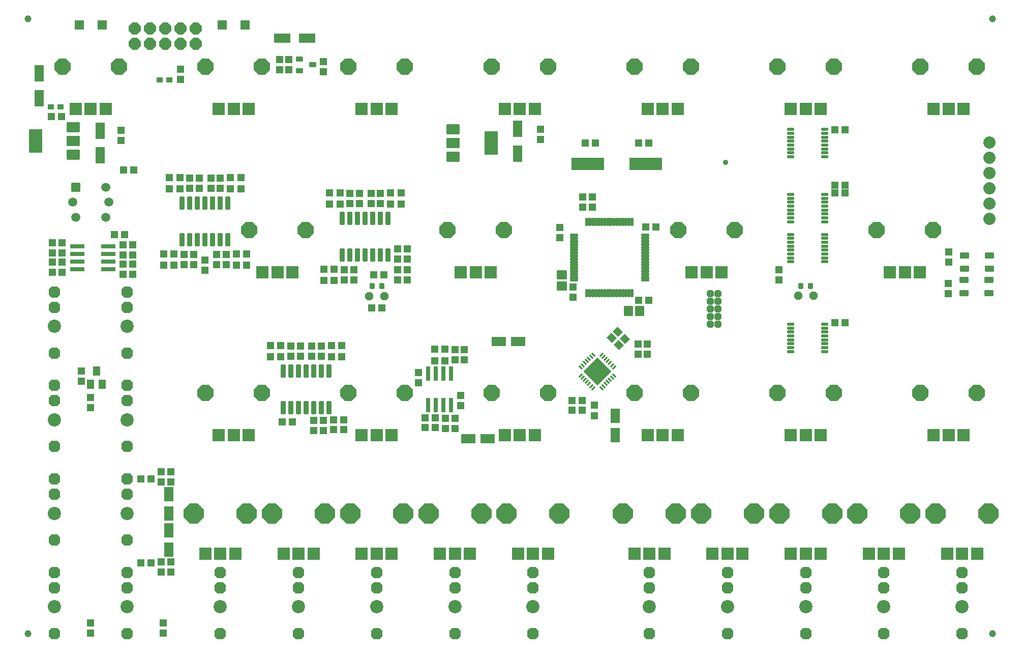
<source format=gbr>
%TF.GenerationSoftware,KiCad,Pcbnew,(6.0.11-0)*%
%TF.CreationDate,2023-03-07T13:47:17+01:00*%
%TF.ProjectId,elements,656c656d-656e-4747-932e-6b696361645f,rev?*%
%TF.SameCoordinates,Original*%
%TF.FileFunction,Soldermask,Top*%
%TF.FilePolarity,Negative*%
%FSLAX46Y46*%
G04 Gerber Fmt 4.6, Leading zero omitted, Abs format (unit mm)*
G04 Created by KiCad (PCBNEW (6.0.11-0)) date 2023-03-07 13:47:17*
%MOMM*%
%LPD*%
G01*
G04 APERTURE LIST*
G04 Aperture macros list*
%AMRoundRect*
0 Rectangle with rounded corners*
0 $1 Rounding radius*
0 $2 $3 $4 $5 $6 $7 $8 $9 X,Y pos of 4 corners*
0 Add a 4 corners polygon primitive as box body*
4,1,4,$2,$3,$4,$5,$6,$7,$8,$9,$2,$3,0*
0 Add four circle primitives for the rounded corners*
1,1,$1+$1,$2,$3*
1,1,$1+$1,$4,$5*
1,1,$1+$1,$6,$7*
1,1,$1+$1,$8,$9*
0 Add four rect primitives between the rounded corners*
20,1,$1+$1,$2,$3,$4,$5,0*
20,1,$1+$1,$4,$5,$6,$7,0*
20,1,$1+$1,$6,$7,$8,$9,0*
20,1,$1+$1,$8,$9,$2,$3,0*%
%AMRotRect*
0 Rectangle, with rotation*
0 The origin of the aperture is its center*
0 $1 length*
0 $2 width*
0 $3 Rotation angle, in degrees counterclockwise*
0 Add horizontal line*
21,1,$1,$2,0,0,$3*%
%AMFreePoly0*
4,1,25,0.417216,0.947373,0.422118,0.942882,0.942882,0.422118,0.964910,0.374877,0.965200,0.368236,0.965200,-0.368236,0.947373,-0.417216,0.942882,-0.422118,0.422118,-0.942882,0.374877,-0.964910,0.368236,-0.965200,-0.368236,-0.965200,-0.417216,-0.947373,-0.422118,-0.942882,-0.942882,-0.422118,-0.964910,-0.374877,-0.965200,-0.368236,-0.965200,0.368236,-0.947373,0.417216,-0.942882,0.422118,
-0.422118,0.942882,-0.374877,0.964910,-0.368236,0.965200,0.368236,0.965200,0.417216,0.947373,0.417216,0.947373,$1*%
%AMFreePoly1*
4,1,25,0.301485,0.667973,0.306387,0.663482,0.663482,0.306387,0.685510,0.259146,0.685800,0.252505,0.685800,-0.252505,0.667973,-0.301485,0.663482,-0.306387,0.306387,-0.663482,0.259146,-0.685510,0.252505,-0.685800,-0.252505,-0.685800,-0.301485,-0.667973,-0.306387,-0.663482,-0.663482,-0.306387,-0.685510,-0.259146,-0.685800,-0.252505,-0.685800,0.252505,-0.667973,0.301485,-0.663482,0.306387,
-0.306387,0.663482,-0.259146,0.685510,-0.252505,0.685800,0.252505,0.685800,0.301485,0.667973,0.301485,0.667973,$1*%
%AMFreePoly2*
4,1,25,0.575031,1.328373,0.579933,1.323882,1.323882,0.579933,1.345910,0.532692,1.346200,0.526051,1.346200,-0.526051,1.328373,-0.575031,1.323882,-0.579933,0.579933,-1.323882,0.532692,-1.345910,0.526051,-1.346200,-0.526051,-1.346200,-0.575031,-1.328373,-0.579933,-1.323882,-1.323882,-0.579933,-1.345910,-0.532692,-1.346200,-0.526051,-1.346200,0.526051,-1.328373,0.575031,-1.323882,0.579933,
-0.579933,1.323882,-0.532692,1.345910,-0.526051,1.346200,0.526051,1.346200,0.575031,1.328373,0.575031,1.328373,$1*%
%AMFreePoly3*
4,1,25,0.706544,1.645873,0.711446,1.641382,1.641382,0.711446,1.663410,0.664205,1.663700,0.657564,1.663700,-0.657564,1.645873,-0.706544,1.641382,-0.711446,0.711446,-1.641382,0.664205,-1.663410,0.657564,-1.663700,-0.657564,-1.663700,-0.706544,-1.645873,-0.711446,-1.641382,-1.641382,-0.711446,-1.663410,-0.664205,-1.663700,-0.657564,-1.663700,0.657564,-1.645873,0.706544,-1.641382,0.711446,
-0.711446,1.641382,-0.664205,1.663410,-0.657564,1.663700,0.657564,1.663700,0.706544,1.645873,0.706544,1.645873,$1*%
%AMFreePoly4*
4,1,25,0.438258,0.998173,0.443160,0.993682,0.993682,0.443160,1.015710,0.395919,1.016000,0.389278,1.016000,-0.389278,0.998173,-0.438258,0.993682,-0.443160,0.443160,-0.993682,0.395919,-1.015710,0.389278,-1.016000,-0.389278,-1.016000,-0.438258,-0.998173,-0.443160,-0.993682,-0.993682,-0.443160,-1.015710,-0.395919,-1.016000,-0.389278,-1.016000,0.389278,-0.998173,0.438258,-0.993682,0.443160,
-0.443160,0.993682,-0.395919,1.015710,-0.389278,1.016000,0.389278,1.016000,0.438258,0.998173,0.438258,0.998173,$1*%
%AMFreePoly5*
4,1,25,0.269922,0.591773,0.274824,0.587282,0.587282,0.274824,0.609310,0.227583,0.609600,0.220942,0.609600,-0.220942,0.591773,-0.269922,0.587282,-0.274824,0.274824,-0.587282,0.227583,-0.609310,0.220942,-0.609600,-0.220942,-0.609600,-0.269922,-0.591773,-0.274824,-0.587282,-0.587282,-0.274824,-0.609310,-0.227583,-0.609600,-0.220942,-0.609600,0.220942,-0.591773,0.269922,-0.587282,0.274824,
-0.274824,0.587282,-0.227583,0.609310,-0.220942,0.609600,0.220942,0.609600,0.269922,0.591773,0.269922,0.591773,$1*%
G04 Aperture macros list end*
%ADD10RoundRect,0.062500X0.194454X0.282843X-0.282843X-0.194454X-0.194454X-0.282843X0.282843X0.194454X0*%
%ADD11RoundRect,0.062500X-0.194454X0.282843X-0.282843X0.194454X0.194454X-0.282843X0.282843X-0.194454X0*%
%ADD12RotRect,3.350000X3.350000X225.000000*%
%ADD13RoundRect,0.076200X-0.300000X-1.100000X0.300000X-1.100000X0.300000X1.100000X-0.300000X1.100000X0*%
%ADD14RoundRect,0.076200X-1.100000X0.300000X-1.100000X-0.300000X1.100000X-0.300000X1.100000X0.300000X0*%
%ADD15RoundRect,0.076200X-0.700000X-0.700000X0.700000X-0.700000X0.700000X0.700000X-0.700000X0.700000X0*%
%ADD16RoundRect,0.076200X-0.500000X0.550000X-0.500000X-0.550000X0.500000X-0.550000X0.500000X0.550000X0*%
%ADD17RoundRect,0.076200X-0.330200X-1.016000X0.330200X-1.016000X0.330200X1.016000X-0.330200X1.016000X0*%
%ADD18RoundRect,0.076200X0.550000X0.500000X-0.550000X0.500000X-0.550000X-0.500000X0.550000X-0.500000X0*%
%ADD19RoundRect,0.076200X-0.550000X-0.500000X0.550000X-0.500000X0.550000X0.500000X-0.550000X0.500000X0*%
%ADD20C,2.200000*%
%ADD21FreePoly0,180.000000*%
%ADD22RoundRect,0.457200X0.000000X0.000000X0.000000X0.000000X0.000000X0.000000X0.000000X0.000000X0*%
%ADD23RoundRect,0.076200X0.550000X-0.500000X0.550000X0.500000X-0.550000X0.500000X-0.550000X-0.500000X0*%
%ADD24RoundRect,0.076200X0.500000X0.550000X-0.500000X0.550000X-0.500000X-0.550000X0.500000X-0.550000X0*%
%ADD25RoundRect,0.076200X-0.500000X-0.550000X0.500000X-0.550000X0.500000X0.550000X-0.500000X0.550000X0*%
%ADD26RoundRect,0.076200X0.500000X-0.550000X0.500000X0.550000X-0.500000X0.550000X-0.500000X-0.550000X0*%
%ADD27RoundRect,0.076200X-0.550000X0.500000X-0.550000X-0.500000X0.550000X-0.500000X0.550000X0.500000X0*%
%ADD28RoundRect,0.576200X0.000000X0.000000X0.000000X0.000000X0.000000X0.000000X0.000000X0.000000X0*%
%ADD29FreePoly1,180.000000*%
%ADD30RoundRect,0.076200X0.939800X-0.939800X0.939800X0.939800X-0.939800X0.939800X-0.939800X-0.939800X0*%
%ADD31FreePoly2,90.000000*%
%ADD32FreePoly3,90.000000*%
%ADD33FreePoly1,0.000000*%
%ADD34RoundRect,0.076200X0.700000X-1.100000X0.700000X1.100000X-0.700000X1.100000X-0.700000X-1.100000X0*%
%ADD35RoundRect,0.076200X-0.425000X-0.350000X0.425000X-0.350000X0.425000X0.350000X-0.425000X0.350000X0*%
%ADD36RoundRect,0.076200X0.700000X-1.300000X0.700000X1.300000X-0.700000X1.300000X-0.700000X-1.300000X0*%
%ADD37RoundRect,0.076200X0.675000X0.400000X-0.675000X0.400000X-0.675000X-0.400000X0.675000X-0.400000X0*%
%ADD38RoundRect,0.076200X1.003300X-0.749300X1.003300X0.749300X-1.003300X0.749300X-1.003300X-0.749300X0*%
%ADD39RoundRect,0.076200X1.003300X-1.905000X1.003300X1.905000X-1.003300X1.905000X-1.003300X-1.905000X0*%
%ADD40RoundRect,0.076200X0.742462X-0.035355X-0.035355X0.742462X-0.742462X0.035355X0.035355X-0.742462X0*%
%ADD41RoundRect,0.076200X-0.500000X-0.700000X0.500000X-0.700000X0.500000X0.700000X-0.500000X0.700000X0*%
%ADD42RoundRect,0.076200X-0.500000X0.175000X-0.500000X-0.175000X0.500000X-0.175000X0.500000X0.175000X0*%
%ADD43RoundRect,0.076200X0.500000X-0.175000X0.500000X0.175000X-0.500000X0.175000X-0.500000X-0.175000X0*%
%ADD44RoundRect,0.076200X-0.650000X-0.750000X0.650000X-0.750000X0.650000X0.750000X-0.650000X0.750000X0*%
%ADD45RoundRect,0.076200X-1.300000X-0.700000X1.300000X-0.700000X1.300000X0.700000X-1.300000X0.700000X0*%
%ADD46RoundRect,0.076200X-0.700000X1.100000X-0.700000X-1.100000X0.700000X-1.100000X0.700000X1.100000X0*%
%ADD47RoundRect,0.076200X0.150000X0.600000X-0.150000X0.600000X-0.150000X-0.600000X0.150000X-0.600000X0*%
%ADD48RoundRect,0.076200X-0.600000X0.150000X-0.600000X-0.150000X0.600000X-0.150000X0.600000X0.150000X0*%
%ADD49RoundRect,0.076200X-0.150000X-0.600000X0.150000X-0.600000X0.150000X0.600000X-0.150000X0.600000X0*%
%ADD50RoundRect,0.076200X0.600000X-0.150000X0.600000X0.150000X-0.600000X0.150000X-0.600000X-0.150000X0*%
%ADD51RoundRect,0.218750X-0.218750X-0.256250X0.218750X-0.256250X0.218750X0.256250X-0.218750X0.256250X0*%
%ADD52C,1.502400*%
%ADD53RoundRect,0.076200X0.675000X-0.675000X0.675000X0.675000X-0.675000X0.675000X-0.675000X-0.675000X0*%
%ADD54RoundRect,0.076200X-1.100000X-0.700000X1.100000X-0.700000X1.100000X0.700000X-1.100000X0.700000X0*%
%ADD55RoundRect,0.218750X0.218750X0.256250X-0.218750X0.256250X-0.218750X-0.256250X0.218750X-0.256250X0*%
%ADD56RoundRect,0.076200X-0.750000X0.650000X-0.750000X-0.650000X0.750000X-0.650000X0.750000X0.650000X0*%
%ADD57RoundRect,0.076200X-1.003300X0.749300X-1.003300X-0.749300X1.003300X-0.749300X1.003300X0.749300X0*%
%ADD58RoundRect,0.076200X-1.003300X1.905000X-1.003300X-1.905000X1.003300X-1.905000X1.003300X1.905000X0*%
%ADD59RoundRect,0.076200X-2.667000X-0.965200X2.667000X-0.965200X2.667000X0.965200X-2.667000X0.965200X0*%
%ADD60RoundRect,0.076200X-0.500000X0.350000X-0.500000X-0.350000X0.500000X-0.350000X0.500000X0.350000X0*%
%ADD61C,2.032000*%
%ADD62FreePoly4,0.000000*%
%ADD63FreePoly5,270.000000*%
G04 APERTURE END LIST*
D10*
%TO.C,U1*%
X165793072Y-111828249D03*
X165439518Y-111474695D03*
X165085965Y-111121142D03*
X164732412Y-110767588D03*
X164378858Y-110414035D03*
X164025305Y-110060482D03*
X163671751Y-109706928D03*
D11*
X162328249Y-109706928D03*
X161974695Y-110060482D03*
X161621142Y-110414035D03*
X161267588Y-110767588D03*
X160914035Y-111121142D03*
X160560482Y-111474695D03*
X160206928Y-111828249D03*
D10*
X160206928Y-113171751D03*
X160560482Y-113525305D03*
X160914035Y-113878858D03*
X161267588Y-114232412D03*
X161621142Y-114585965D03*
X161974695Y-114939518D03*
X162328249Y-115293072D03*
D11*
X163671751Y-115293072D03*
X164025305Y-114939518D03*
X164378858Y-114585965D03*
X164732412Y-114232412D03*
X165085965Y-113878858D03*
X165439518Y-113525305D03*
X165793072Y-113171751D03*
D12*
X163000000Y-112500000D03*
%TD*%
D13*
%TO.C,IC14*%
X134848600Y-118081100D03*
X136118600Y-118081100D03*
X137388600Y-118081100D03*
X138658600Y-118081100D03*
X138658600Y-112881100D03*
X137388600Y-112881100D03*
X136118600Y-112881100D03*
X134848600Y-112881100D03*
%TD*%
D14*
%TO.C,IC9*%
X76368600Y-91668600D03*
X76368600Y-92938600D03*
X76368600Y-94208600D03*
X76368600Y-95478600D03*
X81568600Y-95478600D03*
X81568600Y-94208600D03*
X81568600Y-92938600D03*
X81568600Y-91668600D03*
%TD*%
D15*
%TO.C,D2*%
X104363600Y-54838600D03*
X100563600Y-54838600D03*
%TD*%
%TO.C,D1*%
X80551100Y-54838600D03*
X76751100Y-54838600D03*
%TD*%
D16*
%TO.C,C33*%
X158978600Y-98438600D03*
X158978600Y-100138600D03*
%TD*%
D17*
%TO.C,IC7*%
X120561100Y-93154500D03*
X121831100Y-93154500D03*
X123101100Y-93154500D03*
X124371100Y-93154500D03*
X125641100Y-93154500D03*
X126911100Y-93154500D03*
X128181100Y-93154500D03*
X128181100Y-87007700D03*
X126911100Y-87007700D03*
X125641100Y-87007700D03*
X124371100Y-87007700D03*
X123101100Y-87007700D03*
X121831100Y-87007700D03*
X120561100Y-87007700D03*
%TD*%
D18*
%TO.C,C4*%
X73786100Y-70078600D03*
X72086100Y-70078600D03*
%TD*%
D19*
%TO.C,C34*%
X169876200Y-100685600D03*
X171576200Y-100685600D03*
%TD*%
D20*
%TO.C,J16*%
X197713600Y-151676100D03*
D21*
X197713600Y-145961100D03*
X197713600Y-148501100D03*
X197713600Y-156121100D03*
%TD*%
D18*
%TO.C,C41*%
X110298600Y-110083600D03*
X108598600Y-110083600D03*
%TD*%
D20*
%TO.C,J2*%
X84683600Y-105003600D03*
D21*
X84683600Y-99288600D03*
X84683600Y-101828600D03*
X84683600Y-109448600D03*
%TD*%
D19*
%TO.C,C20*%
X128601100Y-84683600D03*
X130301100Y-84683600D03*
%TD*%
D22*
%TO.C,TP1*%
X184378600Y-77698600D03*
%TD*%
D19*
%TO.C,C50*%
X119076100Y-120561100D03*
X120776100Y-120561100D03*
%TD*%
D20*
%TO.C,J3*%
X72618600Y-120561100D03*
D21*
X72618600Y-114846100D03*
X72618600Y-117386100D03*
X72618600Y-125006100D03*
%TD*%
D18*
%TO.C,C43*%
X137603600Y-110718600D03*
X135903600Y-110718600D03*
%TD*%
D20*
%TO.C,J5*%
X72618600Y-136118600D03*
D21*
X72618600Y-130403600D03*
X72618600Y-132943600D03*
X72618600Y-140563600D03*
%TD*%
D23*
%TO.C,R56*%
X115481100Y-109981100D03*
X115481100Y-108281100D03*
%TD*%
D24*
%TO.C,R10*%
X85850000Y-79000000D03*
X84150000Y-79000000D03*
%TD*%
D25*
%TO.C,R11*%
X91771100Y-80238600D03*
X93471100Y-80238600D03*
%TD*%
D26*
%TO.C,C54*%
X90398600Y-130936100D03*
X90398600Y-129236100D03*
%TD*%
D20*
%TO.C,J13*%
X152311100Y-151676100D03*
D21*
X152311100Y-145961100D03*
X152311100Y-148501100D03*
X152311100Y-156121100D03*
%TD*%
D27*
%TO.C,R28*%
X85636100Y-91453600D03*
X85636100Y-93153600D03*
%TD*%
D28*
%TO.C,F2*%
X228828600Y-53886100D03*
%TD*%
D25*
%TO.C,R46*%
X117488600Y-97383600D03*
X119188600Y-97383600D03*
%TD*%
D29*
%TO.C,LED1*%
X127546100Y-100000000D03*
X125006100Y-100000000D03*
%TD*%
D30*
%TO.C,R63*%
X152588600Y-123116100D03*
X150088600Y-123116100D03*
X147588600Y-123116100D03*
D31*
X154788600Y-116116100D03*
X145388600Y-116116100D03*
%TD*%
D26*
%TO.C,C25*%
X84048600Y-93153600D03*
X84048600Y-91453600D03*
%TD*%
D30*
%TO.C,R76*%
X102741100Y-142818600D03*
X100241100Y-142818600D03*
X97741100Y-142818600D03*
D32*
X104641100Y-136118600D03*
X95841100Y-136118600D03*
%TD*%
D33*
%TO.C,LED2*%
X196430000Y-99900000D03*
X198970000Y-99900000D03*
%TD*%
D34*
%TO.C,C56*%
X91668600Y-138963600D03*
X91668600Y-142163600D03*
%TD*%
D30*
%TO.C,R66*%
X224026100Y-123116100D03*
X221526100Y-123116100D03*
X219026100Y-123116100D03*
D31*
X226226100Y-116116100D03*
X216826100Y-116116100D03*
%TD*%
D27*
%TO.C,R2*%
X111671100Y-60656100D03*
X111671100Y-62356100D03*
%TD*%
D25*
%TO.C,R51*%
X135903600Y-108813600D03*
X137603600Y-108813600D03*
%TD*%
D27*
%TO.C,R44*%
X193268600Y-95581100D03*
X193268600Y-97281100D03*
%TD*%
D30*
%TO.C,R78*%
X128776100Y-142818600D03*
X126276100Y-142818600D03*
X123776100Y-142818600D03*
D32*
X130676100Y-136118600D03*
X121876100Y-136118600D03*
%TD*%
D26*
%TO.C,C24*%
X73888600Y-92836100D03*
X73888600Y-91136100D03*
%TD*%
D27*
%TO.C,R69*%
X139293600Y-120346100D03*
X139293600Y-122046100D03*
%TD*%
D35*
%TO.C,L1*%
X90133600Y-64046100D03*
X91733600Y-64046100D03*
%TD*%
D19*
%TO.C,C12*%
X169876100Y-74523600D03*
X171576100Y-74523600D03*
%TD*%
D27*
%TO.C,R60*%
X77063600Y-112408600D03*
X77063600Y-114108600D03*
%TD*%
D23*
%TO.C,R87*%
X91986100Y-145858600D03*
X91986100Y-144158600D03*
%TD*%
D30*
%TO.C,R77*%
X115758600Y-142818600D03*
X113258600Y-142818600D03*
X110758600Y-142818600D03*
D32*
X117658600Y-136118600D03*
X108858600Y-136118600D03*
%TD*%
D36*
%TO.C,C9*%
X149771100Y-72156100D03*
X149771100Y-76256100D03*
%TD*%
D19*
%TO.C,C32*%
X125743600Y-96431100D03*
X127443600Y-96431100D03*
%TD*%
D30*
%TO.C,R64*%
X176401100Y-123116100D03*
X173901100Y-123116100D03*
X171401100Y-123116100D03*
D31*
X178601100Y-116116100D03*
X169201100Y-116116100D03*
%TD*%
D16*
%TO.C,C7*%
X153581100Y-72244800D03*
X153581100Y-73944800D03*
%TD*%
D19*
%TO.C,C13*%
X202578600Y-81508600D03*
X204278600Y-81508600D03*
%TD*%
D23*
%TO.C,R88*%
X78651100Y-156018600D03*
X78651100Y-154318600D03*
%TD*%
%TO.C,R16*%
X100241100Y-82041100D03*
X100241100Y-80341100D03*
%TD*%
D30*
%TO.C,R5*%
X128776100Y-68823600D03*
X126276100Y-68823600D03*
X123776100Y-68823600D03*
D31*
X130976100Y-61823600D03*
X121576100Y-61823600D03*
%TD*%
D23*
%TO.C,R53*%
X171361100Y-109663600D03*
X171361100Y-107963600D03*
%TD*%
D27*
%TO.C,R40*%
X120878600Y-95581100D03*
X120878600Y-97281100D03*
%TD*%
D20*
%TO.C,J12*%
X139293600Y-151676100D03*
D21*
X139293600Y-145961100D03*
X139293600Y-148501100D03*
X139293600Y-156121100D03*
%TD*%
D37*
%TO.C,SW2*%
X228298200Y-93188500D03*
X224148200Y-93188500D03*
X228298200Y-95388500D03*
X224148200Y-95388500D03*
%TD*%
D27*
%TO.C,R27*%
X72301100Y-91136100D03*
X72301100Y-92836100D03*
%TD*%
D24*
%TO.C,R73*%
X120776100Y-122148600D03*
X119076100Y-122148600D03*
%TD*%
D20*
%TO.C,J18*%
X223748600Y-151676100D03*
D21*
X223748600Y-145961100D03*
X223748600Y-148501100D03*
X223748600Y-156121100D03*
%TD*%
D27*
%TO.C,R70*%
X115798600Y-120663600D03*
X115798600Y-122363600D03*
%TD*%
D20*
%TO.C,J8*%
X84683600Y-151676100D03*
D21*
X84683600Y-145961100D03*
X84683600Y-148501100D03*
X84683600Y-156121100D03*
%TD*%
D28*
%TO.C,F4*%
X228828600Y-156121100D03*
%TD*%
D23*
%TO.C,R54*%
X111988600Y-109981100D03*
X111988600Y-108281100D03*
%TD*%
%TO.C,R52*%
X169773600Y-109663600D03*
X169773600Y-107963600D03*
%TD*%
D19*
%TO.C,C27*%
X102883600Y-92938600D03*
X104583600Y-92938600D03*
%TD*%
%TO.C,C15*%
X101931100Y-82143600D03*
X103631100Y-82143600D03*
%TD*%
D23*
%TO.C,R50*%
X221500000Y-94350000D03*
X221500000Y-92650000D03*
%TD*%
D16*
%TO.C,C45*%
X140246100Y-116536100D03*
X140246100Y-118236100D03*
%TD*%
D27*
%TO.C,R68*%
X137706100Y-120346100D03*
X137706100Y-122046100D03*
%TD*%
D38*
%TO.C,IC2*%
X75768200Y-76466700D03*
X75768200Y-74180700D03*
X75768200Y-71894700D03*
D39*
X69469000Y-74206100D03*
%TD*%
D28*
%TO.C,F1*%
X68173600Y-53886100D03*
%TD*%
D30*
%TO.C,R65*%
X200213600Y-123116100D03*
X197713600Y-123116100D03*
X195213600Y-123116100D03*
D31*
X202413600Y-116116100D03*
X193013600Y-116116100D03*
%TD*%
D34*
%TO.C,C52*%
X166000000Y-119900000D03*
X166000000Y-123100000D03*
%TD*%
D24*
%TO.C,R49*%
X120458600Y-108178600D03*
X118758600Y-108178600D03*
%TD*%
D26*
%TO.C,C17*%
X160566100Y-85216000D03*
X160566100Y-83516000D03*
%TD*%
D23*
%TO.C,R57*%
X117068600Y-109981100D03*
X117068600Y-108281100D03*
%TD*%
D37*
%TO.C,SW3*%
X228223200Y-97259600D03*
X224073200Y-97259600D03*
X228223200Y-99459600D03*
X224073200Y-99459600D03*
%TD*%
D19*
%TO.C,C21*%
X171082600Y-88493600D03*
X172782600Y-88493600D03*
%TD*%
D20*
%TO.C,J1*%
X72618600Y-105003600D03*
D21*
X72618600Y-99288600D03*
X72618600Y-101828600D03*
X72618600Y-109448600D03*
%TD*%
D16*
%TO.C,C29*%
X97701100Y-93993600D03*
X97701100Y-95693600D03*
%TD*%
D19*
%TO.C,C42*%
X118758600Y-110083600D03*
X120458600Y-110083600D03*
%TD*%
D27*
%TO.C,R30*%
X94208600Y-93041100D03*
X94208600Y-94741100D03*
%TD*%
%TO.C,R38*%
X84048600Y-94628600D03*
X84048600Y-96328600D03*
%TD*%
D20*
%TO.C,J15*%
X184696100Y-151676100D03*
D21*
X184696100Y-145961100D03*
X184696100Y-148501100D03*
X184696100Y-156121100D03*
%TD*%
D26*
%TO.C,C5*%
X93573600Y-63943600D03*
X93573600Y-62243600D03*
%TD*%
D30*
%TO.C,R81*%
X174178600Y-142818600D03*
X171678600Y-142818600D03*
X169178600Y-142818600D03*
D32*
X176078600Y-136118600D03*
X167278600Y-136118600D03*
%TD*%
D30*
%TO.C,R61*%
X104963600Y-123116100D03*
X102463600Y-123116100D03*
X99963600Y-123116100D03*
D31*
X107163600Y-116116100D03*
X97763600Y-116116100D03*
%TD*%
D40*
%TO.C,C39*%
X166601041Y-108101041D03*
X165398959Y-106898959D03*
%TD*%
D41*
%TO.C,Q2*%
X78653600Y-114676100D03*
X79603600Y-112476100D03*
X80553600Y-114676100D03*
%TD*%
D20*
%TO.C,J9*%
X100241100Y-151676100D03*
D21*
X100241100Y-145961100D03*
X100241100Y-148501100D03*
X100241100Y-156121100D03*
%TD*%
D30*
%TO.C,R25*%
X112266100Y-95969900D03*
X109766100Y-95969900D03*
X107266100Y-95969900D03*
D31*
X114466100Y-88969900D03*
X105066100Y-88969900D03*
%TD*%
D42*
%TO.C,IC3*%
X195206100Y-72256100D03*
X195206100Y-72906100D03*
X195206100Y-73556100D03*
X195206100Y-74206100D03*
X195206100Y-74856100D03*
X195206100Y-75506100D03*
X195206100Y-76156100D03*
X195206100Y-76806100D03*
D43*
X200856100Y-76806100D03*
X200856100Y-76156100D03*
X200856100Y-75506100D03*
X200856100Y-74856100D03*
X200856100Y-74206100D03*
X200856100Y-73556100D03*
X200856100Y-72906100D03*
X200856100Y-72256100D03*
%TD*%
D42*
%TO.C,IC5*%
X195206100Y-83051100D03*
X195206100Y-83701100D03*
X195206100Y-84351100D03*
X195206100Y-85001100D03*
X195206100Y-85651100D03*
X195206100Y-86301100D03*
X195206100Y-86951100D03*
X195206100Y-87601100D03*
D43*
X200856100Y-87601100D03*
X200856100Y-86951100D03*
X200856100Y-86301100D03*
X200856100Y-85651100D03*
X200856100Y-85001100D03*
X200856100Y-84351100D03*
X200856100Y-83701100D03*
X200856100Y-83051100D03*
%TD*%
D25*
%TO.C,R17*%
X118441100Y-82778600D03*
X120141100Y-82778600D03*
%TD*%
D20*
%TO.C,J10*%
X113258600Y-151676100D03*
D21*
X113258600Y-145961100D03*
X113258600Y-148501100D03*
X113258600Y-156121100D03*
%TD*%
D27*
%TO.C,R41*%
X122466100Y-95581100D03*
X122466100Y-97281100D03*
%TD*%
D17*
%TO.C,IC6*%
X93891100Y-90614500D03*
X95161100Y-90614500D03*
X96431100Y-90614500D03*
X97701100Y-90614500D03*
X98971100Y-90614500D03*
X100241100Y-90614500D03*
X101511100Y-90614500D03*
X101511100Y-84467700D03*
X100241100Y-84467700D03*
X98971100Y-84467700D03*
X97701100Y-84467700D03*
X96431100Y-84467700D03*
X95161100Y-84467700D03*
X93891100Y-84467700D03*
%TD*%
D23*
%TO.C,R13*%
X95161100Y-82041100D03*
X95161100Y-80341100D03*
%TD*%
D20*
%TO.C,J4*%
X84683600Y-120561100D03*
D21*
X84683600Y-114846100D03*
X84683600Y-117386100D03*
X84683600Y-125006100D03*
%TD*%
D30*
%TO.C,R6*%
X152588600Y-68823600D03*
X150088600Y-68823600D03*
X147588600Y-68823600D03*
D31*
X154788600Y-61823600D03*
X145388600Y-61823600D03*
%TD*%
D18*
%TO.C,C30*%
X119188600Y-95478600D03*
X117488600Y-95478600D03*
%TD*%
D30*
%TO.C,R79*%
X141793600Y-142818600D03*
X139293600Y-142818600D03*
X136793600Y-142818600D03*
D32*
X143693600Y-136118600D03*
X134893600Y-136118600D03*
%TD*%
D16*
%TO.C,C8*%
X83731100Y-72403600D03*
X83731100Y-74103600D03*
%TD*%
%TO.C,C57*%
X90398600Y-144158600D03*
X90398600Y-145858600D03*
%TD*%
D30*
%TO.C,R3*%
X81151100Y-68823600D03*
X78651100Y-68823600D03*
X76151100Y-68823600D03*
D31*
X83351100Y-61823600D03*
X73951100Y-61823600D03*
%TD*%
D26*
%TO.C,C28*%
X129768600Y-93788600D03*
X129768600Y-92088600D03*
%TD*%
D27*
%TO.C,R43*%
X131356100Y-95581100D03*
X131356100Y-97281100D03*
%TD*%
D23*
%TO.C,R67*%
X78651100Y-118553600D03*
X78651100Y-116853600D03*
%TD*%
D27*
%TO.C,R29*%
X131356100Y-92088600D03*
X131356100Y-93788600D03*
%TD*%
D44*
%TO.C,C35*%
X168188600Y-102463600D03*
X170088600Y-102463600D03*
%TD*%
D45*
%TO.C,C1*%
X114673600Y-57061100D03*
X110573600Y-57061100D03*
%TD*%
D27*
%TO.C,R32*%
X99606100Y-93041100D03*
X99606100Y-94741100D03*
%TD*%
D46*
%TO.C,C55*%
X91668600Y-136131100D03*
X91668600Y-132931100D03*
%TD*%
D30*
%TO.C,R9*%
X224026100Y-68823600D03*
X221526100Y-68823600D03*
X219026100Y-68823600D03*
D31*
X226226100Y-61823600D03*
X216826100Y-61823600D03*
%TD*%
D47*
%TO.C,IC10*%
X168761100Y-87637200D03*
X168261100Y-87637200D03*
X167761100Y-87637200D03*
X167261100Y-87637200D03*
X166761100Y-87637200D03*
X166261100Y-87637200D03*
X165761100Y-87637200D03*
X165261100Y-87637200D03*
X164761100Y-87637200D03*
X164261100Y-87637200D03*
X163761100Y-87637200D03*
X163261100Y-87637200D03*
X162761100Y-87637200D03*
X162261100Y-87637200D03*
X161761100Y-87637200D03*
X161261100Y-87637200D03*
D48*
X159100100Y-89823600D03*
X159100100Y-90323600D03*
X159100100Y-90823600D03*
X159100100Y-91323600D03*
X159100100Y-91823600D03*
X159100100Y-92323600D03*
X159100100Y-92823600D03*
X159100100Y-93323600D03*
X159100100Y-93823600D03*
X159100100Y-94323600D03*
X159100100Y-94823600D03*
X159100100Y-95323600D03*
X159100100Y-95823600D03*
X159100100Y-96323600D03*
X159100100Y-96823600D03*
X159100100Y-97323600D03*
D49*
X161261100Y-99459200D03*
X161761100Y-99459200D03*
X162261100Y-99459200D03*
X162761100Y-99459200D03*
X163261100Y-99459200D03*
X163761100Y-99459200D03*
X164261100Y-99459200D03*
X164761100Y-99459200D03*
X165261100Y-99459200D03*
X165761100Y-99459200D03*
X166261100Y-99459200D03*
X166761100Y-99459200D03*
X167261100Y-99459200D03*
X167761100Y-99459200D03*
X168261100Y-99459200D03*
X168761100Y-99459200D03*
D50*
X170947500Y-97323600D03*
X170947500Y-96823600D03*
X170947500Y-96323600D03*
X170947500Y-95823600D03*
X170947500Y-95323600D03*
X170947500Y-94823600D03*
X170947500Y-94323600D03*
X170947500Y-93823600D03*
X170947500Y-93323600D03*
X170947500Y-92823600D03*
X170947500Y-92323600D03*
X170947500Y-91823600D03*
X170947500Y-91323600D03*
X170947500Y-90823600D03*
X170947500Y-90323600D03*
X170947500Y-89823600D03*
%TD*%
D20*
%TO.C,J11*%
X126276100Y-151676100D03*
D21*
X126276100Y-145961100D03*
X126276100Y-148501100D03*
X126276100Y-156121100D03*
%TD*%
D51*
%TO.C,LED3*%
X127107500Y-98272500D03*
X125532500Y-98272500D03*
%TD*%
D18*
%TO.C,C51*%
X112203600Y-120878600D03*
X110503600Y-120878600D03*
%TD*%
D20*
%TO.C,J6*%
X84683600Y-136118600D03*
D21*
X84683600Y-130403600D03*
X84683600Y-132943600D03*
X84683600Y-140563600D03*
%TD*%
D27*
%TO.C,R42*%
X129768600Y-95581100D03*
X129768600Y-97281100D03*
%TD*%
D25*
%TO.C,R72*%
X134316100Y-121831100D03*
X136016100Y-121831100D03*
%TD*%
D18*
%TO.C,C11*%
X162686100Y-74523600D03*
X160986100Y-74523600D03*
%TD*%
D24*
%TO.C,R86*%
X88708600Y-144373600D03*
X87008600Y-144373600D03*
%TD*%
D19*
%TO.C,C37*%
X202578600Y-104368600D03*
X204278600Y-104368600D03*
%TD*%
D24*
%TO.C,R12*%
X103631100Y-80238600D03*
X101931100Y-80238600D03*
%TD*%
D23*
%TO.C,R20*%
X123418600Y-84581100D03*
X123418600Y-82881100D03*
%TD*%
D27*
%TO.C,R33*%
X101193600Y-93041100D03*
X101193600Y-94741100D03*
%TD*%
D30*
%TO.C,R7*%
X176401100Y-68823600D03*
X173901100Y-68823600D03*
X171401100Y-68823600D03*
D31*
X178601100Y-61823600D03*
X169201100Y-61823600D03*
%TD*%
D20*
%TO.C,J14*%
X171678600Y-151676100D03*
D21*
X171678600Y-145961100D03*
X171678600Y-148501100D03*
X171678600Y-156121100D03*
%TD*%
D23*
%TO.C,R22*%
X126911100Y-84581100D03*
X126911100Y-82881100D03*
%TD*%
D40*
%TO.C,C36*%
X167601041Y-107101041D03*
X166398959Y-105898959D03*
%TD*%
D27*
%TO.C,R71*%
X117386100Y-120663600D03*
X117386100Y-122363600D03*
%TD*%
D23*
%TO.C,R21*%
X125323600Y-84581100D03*
X125323600Y-82881100D03*
%TD*%
D30*
%TO.C,R8*%
X200213600Y-68823600D03*
X197713600Y-68823600D03*
X195213600Y-68823600D03*
D31*
X202413600Y-61823600D03*
X193013600Y-61823600D03*
%TD*%
D27*
%TO.C,R37*%
X73888600Y-94311100D03*
X73888600Y-96011100D03*
%TD*%
D16*
%TO.C,C44*%
X133261100Y-112726100D03*
X133261100Y-114426100D03*
%TD*%
D30*
%TO.C,R80*%
X154811100Y-142818600D03*
X152311100Y-142818600D03*
X149811100Y-142818600D03*
D32*
X156711100Y-136118600D03*
X147911100Y-136118600D03*
%TD*%
D23*
%TO.C,R55*%
X113576100Y-109981100D03*
X113576100Y-108281100D03*
%TD*%
D52*
%TO.C,SW1*%
X81151100Y-81866100D03*
X81151100Y-86866100D03*
D53*
X76151100Y-81866100D03*
D52*
X75651100Y-84366100D03*
X81651100Y-84366100D03*
X76151100Y-86866100D03*
%TD*%
D30*
%TO.C,R82*%
X187196100Y-142818600D03*
X184696100Y-142818600D03*
X182196100Y-142818600D03*
D32*
X189096100Y-136118600D03*
X180296100Y-136118600D03*
%TD*%
D18*
%TO.C,C26*%
X92518600Y-92938600D03*
X90818600Y-92938600D03*
%TD*%
D23*
%TO.C,R58*%
X139293600Y-110616100D03*
X139293600Y-108916100D03*
%TD*%
D18*
%TO.C,C49*%
X136016100Y-120243600D03*
X134316100Y-120243600D03*
%TD*%
D30*
%TO.C,R83*%
X200213600Y-142818600D03*
X197713600Y-142818600D03*
X195213600Y-142818600D03*
D32*
X202113600Y-136118600D03*
X193313600Y-136118600D03*
%TD*%
D27*
%TO.C,R36*%
X72301100Y-94311100D03*
X72301100Y-96011100D03*
%TD*%
%TO.C,R31*%
X95796100Y-93041100D03*
X95796100Y-94741100D03*
%TD*%
D23*
%TO.C,R15*%
X98653600Y-82041100D03*
X98653600Y-80341100D03*
%TD*%
D26*
%TO.C,C2*%
X117386100Y-62673600D03*
X117386100Y-60973600D03*
%TD*%
D27*
%TO.C,R74*%
X91986100Y-129236100D03*
X91986100Y-130936100D03*
%TD*%
D30*
%TO.C,R84*%
X213231100Y-142818600D03*
X210731100Y-142818600D03*
X208231100Y-142818600D03*
D32*
X215131100Y-136118600D03*
X206331100Y-136118600D03*
%TD*%
D24*
%TO.C,R18*%
X130301100Y-82778600D03*
X128601100Y-82778600D03*
%TD*%
D20*
%TO.C,J17*%
X210731100Y-151676100D03*
D21*
X210731100Y-145961100D03*
X210731100Y-148501100D03*
X210731100Y-156121100D03*
%TD*%
D16*
%TO.C,C47*%
X162500000Y-118150000D03*
X162500000Y-119850000D03*
%TD*%
D54*
%TO.C,C53*%
X144703600Y-123736100D03*
X141503600Y-123736100D03*
%TD*%
D24*
%TO.C,R35*%
X104583600Y-94843600D03*
X102883600Y-94843600D03*
%TD*%
D42*
%TO.C,IC11*%
X195206100Y-104641100D03*
X195206100Y-105291100D03*
X195206100Y-105941100D03*
X195206100Y-106591100D03*
X195206100Y-107241100D03*
X195206100Y-107891100D03*
X195206100Y-108541100D03*
X195206100Y-109191100D03*
D43*
X200856100Y-109191100D03*
X200856100Y-108541100D03*
X200856100Y-107891100D03*
X200856100Y-107241100D03*
X200856100Y-106591100D03*
X200856100Y-105941100D03*
X200856100Y-105291100D03*
X200856100Y-104641100D03*
%TD*%
D23*
%TO.C,R59*%
X140881100Y-110616100D03*
X140881100Y-108916100D03*
%TD*%
D28*
%TO.C,F3*%
X68173600Y-156121100D03*
%TD*%
D36*
%TO.C,C3*%
X70078600Y-62948600D03*
X70078600Y-67048600D03*
%TD*%
D55*
%TO.C,LED4*%
X196912500Y-98300000D03*
X198487500Y-98300000D03*
%TD*%
D19*
%TO.C,C16*%
X202578600Y-82778600D03*
X204278600Y-82778600D03*
%TD*%
%TO.C,C23*%
X82563600Y-89763600D03*
X84263600Y-89763600D03*
%TD*%
D17*
%TO.C,IC13*%
X110718600Y-118554500D03*
X111988600Y-118554500D03*
X113258600Y-118554500D03*
X114528600Y-118554500D03*
X115798600Y-118554500D03*
X117068600Y-118554500D03*
X118338600Y-118554500D03*
X118338600Y-112407700D03*
X117068600Y-112407700D03*
X115798600Y-112407700D03*
X114528600Y-112407700D03*
X113258600Y-112407700D03*
X111988600Y-112407700D03*
X110718600Y-112407700D03*
%TD*%
D23*
%TO.C,R19*%
X121831100Y-84581100D03*
X121831100Y-82881100D03*
%TD*%
D19*
%TO.C,C48*%
X158763600Y-118973600D03*
X160463600Y-118973600D03*
%TD*%
D27*
%TO.C,R45*%
X221473200Y-97900000D03*
X221473200Y-99600000D03*
%TD*%
D23*
%TO.C,R89*%
X90716100Y-156018600D03*
X90716100Y-154318600D03*
%TD*%
D18*
%TO.C,C14*%
X93471100Y-82143600D03*
X91771100Y-82143600D03*
%TD*%
D56*
%TO.C,C31*%
X157073600Y-96433600D03*
X157073600Y-98333600D03*
%TD*%
D30*
%TO.C,R85*%
X226248600Y-142818600D03*
X223748600Y-142818600D03*
X221248600Y-142818600D03*
D32*
X228148600Y-136118600D03*
X219348600Y-136118600D03*
%TD*%
D24*
%TO.C,R75*%
X88708600Y-130403600D03*
X87008600Y-130403600D03*
%TD*%
D30*
%TO.C,R26*%
X216723600Y-95969900D03*
X214223600Y-95969900D03*
X211723600Y-95969900D03*
D31*
X218923600Y-88969900D03*
X209523600Y-88969900D03*
%TD*%
D57*
%TO.C,IC4*%
X139001500Y-72263000D03*
X139001500Y-74549000D03*
X139001500Y-76835000D03*
D58*
X145300700Y-74523600D03*
%TD*%
D30*
%TO.C,R24*%
X183703600Y-95969800D03*
X181203600Y-95969800D03*
X178703600Y-95969800D03*
D31*
X185903600Y-88969800D03*
X176503600Y-88969800D03*
%TD*%
D25*
%TO.C,R48*%
X108598600Y-108178600D03*
X110298600Y-108178600D03*
%TD*%
%TO.C,R34*%
X90818600Y-94843600D03*
X92518600Y-94843600D03*
%TD*%
D18*
%TO.C,C19*%
X120141100Y-84683600D03*
X118441100Y-84683600D03*
%TD*%
D20*
%TO.C,J7*%
X72618600Y-151676100D03*
D21*
X72618600Y-145961100D03*
X72618600Y-148501100D03*
X72618600Y-156121100D03*
%TD*%
D26*
%TO.C,C22*%
X156756200Y-90296100D03*
X156756200Y-88596100D03*
%TD*%
D30*
%TO.C,R23*%
X145286100Y-95969800D03*
X142786100Y-95969800D03*
X140286100Y-95969800D03*
D31*
X147486100Y-88969800D03*
X138086100Y-88969800D03*
%TD*%
D27*
%TO.C,R39*%
X85636100Y-94628600D03*
X85636100Y-96328600D03*
%TD*%
D42*
%TO.C,IC8*%
X195206100Y-89718600D03*
X195206100Y-90368600D03*
X195206100Y-91018600D03*
X195206100Y-91668600D03*
X195206100Y-92318600D03*
X195206100Y-92968600D03*
X195206100Y-93618600D03*
X195206100Y-94268600D03*
D43*
X200856100Y-94268600D03*
X200856100Y-93618600D03*
X200856100Y-92968600D03*
X200856100Y-92318600D03*
X200856100Y-91668600D03*
X200856100Y-91018600D03*
X200856100Y-90368600D03*
X200856100Y-89718600D03*
%TD*%
D27*
%TO.C,R1*%
X110083600Y-60656100D03*
X110083600Y-62356100D03*
%TD*%
D59*
%TO.C,Q1*%
X161455100Y-78016100D03*
X171107100Y-78016100D03*
%TD*%
D19*
%TO.C,C46*%
X158763600Y-117386100D03*
X160463600Y-117386100D03*
%TD*%
D25*
%TO.C,R47*%
X125450000Y-101900000D03*
X127150000Y-101900000D03*
%TD*%
D30*
%TO.C,R62*%
X128776100Y-123116100D03*
X126276100Y-123116100D03*
X123776100Y-123116100D03*
D31*
X130976100Y-116116100D03*
X121576100Y-116116100D03*
%TD*%
D23*
%TO.C,R14*%
X96748600Y-82041100D03*
X96748600Y-80341100D03*
%TD*%
D36*
%TO.C,C10*%
X80238600Y-72473600D03*
X80238600Y-76573600D03*
%TD*%
D54*
%TO.C,C40*%
X149783600Y-107543600D03*
X146583600Y-107543600D03*
%TD*%
D30*
%TO.C,R4*%
X104963600Y-68823600D03*
X102463600Y-68823600D03*
X99963600Y-68823600D03*
D31*
X107163600Y-61823600D03*
X97763600Y-61823600D03*
%TD*%
D19*
%TO.C,C6*%
X202578600Y-72301100D03*
X204278600Y-72301100D03*
%TD*%
D35*
%TO.C,L2*%
X72036100Y-68491100D03*
X73636100Y-68491100D03*
%TD*%
D26*
%TO.C,C18*%
X162153600Y-85216100D03*
X162153600Y-83516100D03*
%TD*%
D60*
%TO.C,IC1*%
X113428600Y-60556100D03*
X113428600Y-62456100D03*
X115628600Y-61506100D03*
%TD*%
D61*
%TO.C,JP2*%
X228345000Y-74395000D03*
X228345000Y-76935000D03*
X228345000Y-79475000D03*
X228345000Y-82015000D03*
X228345000Y-84555000D03*
X228345000Y-87095000D03*
%TD*%
D62*
%TO.C,JP3*%
X85953600Y-55473600D03*
X85953600Y-58013600D03*
X88493600Y-55473600D03*
X88493600Y-58013600D03*
X91033600Y-55473600D03*
X91033600Y-58013600D03*
X93573600Y-55473600D03*
X93573600Y-58013600D03*
X96113600Y-55473600D03*
X96113600Y-58013600D03*
%TD*%
D63*
%TO.C,JP1*%
X183108600Y-99606100D03*
X181838600Y-99606100D03*
X183108600Y-100876100D03*
X181838600Y-100876100D03*
X183108600Y-102146100D03*
X181838600Y-102146100D03*
X183108600Y-103416100D03*
X181838600Y-103416100D03*
X183108600Y-104686100D03*
X181838600Y-104686100D03*
%TD*%
M02*

</source>
